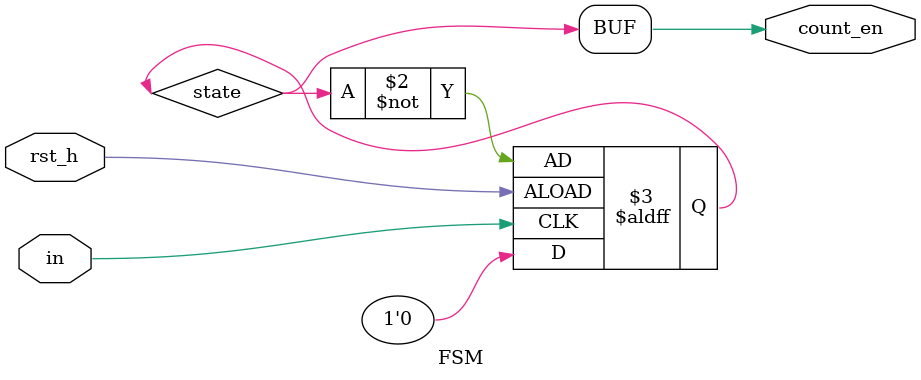
<source format=v>
module FSM(count_en, in, rst_h);
    output count_en;
    input in;
    input rst_h;
    reg state;

    always@(posedge in or negedge rst_h)
    if(rst_h)
        state <= 1'b0;
    else
        state <= ~state;
    
    assign count_en = state;      
    
endmodule
</source>
